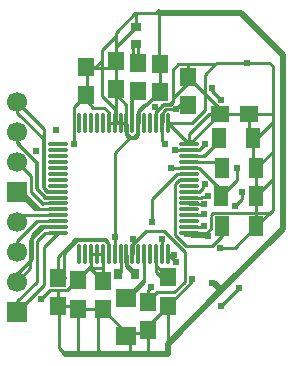
<source format=gtl>
G04 Layer: TopLayer*
G04 EasyEDA Pro v2.2.44.9, 2025-11-28 14:21:36*
G04 Gerber Generator version 0.3*
G04 Scale: 100 percent, Rotated: No, Reflected: No*
G04 Dimensions in millimeters*
G04 Leading zeros omitted, absolute positions, 4 integers and 5 decimals*
G04 Generated by one-click*
%FSLAX45Y45*%
%MOMM*%
%ADD10R,1.3589X1.5*%
%ADD11R,1.5X1.3589*%
%ADD12R,0.9X0.8*%
%ADD13R,0.8X0.9*%
%ADD14R,1.7X1.7*%
%ADD15C,1.7*%
%ADD16O,0.28001X1.8*%
%ADD17O,1.8X0.28001*%
%ADD18R,1.20752X1.70101*%
%ADD19R,1.7336X1.48501*%
%ADD20R,1.72799X1.48501*%
%ADD21C,0.61*%
%ADD22C,0.254*%
%ADD23C,0.508*%
G75*


G04 Pad Start*
G54D10*
G01X2019300Y-1047090D03*
G01X2019300Y-807110D03*
G01X1765300Y-1097890D03*
G01X1765300Y-857910D03*
G01X2387600Y-1072490D03*
G01X2387600Y-832510D03*
G01X2628900Y-1186790D03*
G01X2628900Y-946810D03*
G54D11*
G01X2902610Y-1257300D03*
G01X3142590Y-1257300D03*
G54D10*
G01X2456790Y-2642921D03*
G01X2456790Y-2882900D03*
G01X1524000Y-2648610D03*
G01X1524000Y-2888590D03*
G01X1905000Y-2674010D03*
G01X1905000Y-2913990D03*
G01X1696110Y-2908300D03*
G01X1696110Y-2668321D03*
G01X2204110Y-1066800D03*
G01X2204110Y-826821D03*
G54D12*
G01X2184400Y-666902D03*
G01X2184400Y-526898D03*
G54D10*
G01X2286000Y-2851810D03*
G01X2286000Y-3091790D03*
G54D13*
G01X2038198Y-2616200D03*
G01X2178202Y-2616200D03*
G54D14*
G01X1181100Y-2933700D03*
G54D15*
G01X1181100Y-2679700D03*
G01X1181100Y-2425700D03*
G01X1181100Y-2171700D03*
G54D14*
G01X1181100Y-1917700D03*
G54D15*
G01X1181100Y-1663700D03*
G01X1181100Y-1409700D03*
G01X1181100Y-1155700D03*
G54D16*
G01X1707794Y-1337310D03*
G01X1757807Y-1337310D03*
G01X1807794Y-1337310D03*
G01X1857807Y-1337310D03*
G01X1907794Y-1337310D03*
G01X1957807Y-1337310D03*
G01X2007794Y-1337310D03*
G01X2057806Y-1337310D03*
G01X2107794Y-1337310D03*
G01X2157806Y-1337310D03*
G01X2207793Y-1337310D03*
G01X2257806Y-1337310D03*
G01X2307793Y-1337310D03*
G01X2357806Y-1337310D03*
G01X2407793Y-1337310D03*
G01X2457806Y-1337310D03*
G54D17*
G01X2637790Y-1517294D03*
G01X2637790Y-1567307D03*
G01X2637790Y-1617294D03*
G01X2637790Y-1667307D03*
G01X2637790Y-1717294D03*
G01X2637790Y-1767307D03*
G01X2637790Y-1817294D03*
G01X2637790Y-1867306D03*
G01X2637790Y-1917294D03*
G01X2637790Y-1967306D03*
G01X2637790Y-2017293D03*
G01X2637790Y-2067306D03*
G01X2637790Y-2117293D03*
G01X2637790Y-2167306D03*
G01X2637790Y-2217293D03*
G01X2637790Y-2267306D03*
G54D16*
G01X2457806Y-2447290D03*
G01X2407793Y-2447290D03*
G01X2357806Y-2447290D03*
G01X2307793Y-2447290D03*
G01X2257806Y-2447290D03*
G01X2207793Y-2447290D03*
G01X2157806Y-2447290D03*
G01X2107794Y-2447290D03*
G01X2057806Y-2447290D03*
G01X2007794Y-2447290D03*
G01X1957807Y-2447290D03*
G01X1907794Y-2447290D03*
G01X1857807Y-2447290D03*
G01X1807794Y-2447290D03*
G01X1757807Y-2447290D03*
G01X1707794Y-2447290D03*
G54D17*
G01X1527810Y-2267306D03*
G01X1527810Y-2217293D03*
G01X1527810Y-2167306D03*
G01X1527810Y-2117293D03*
G01X1527810Y-2067306D03*
G01X1527810Y-2017293D03*
G01X1527810Y-1967306D03*
G01X1527810Y-1917294D03*
G01X1527810Y-1867306D03*
G01X1527810Y-1817294D03*
G01X1527810Y-1767307D03*
G01X1527810Y-1717294D03*
G01X1527810Y-1667307D03*
G01X1527810Y-1617294D03*
G01X1527810Y-1567307D03*
G01X1527810Y-1517294D03*
G54D18*
G01X3208579Y-2209800D03*
G01X2912821Y-2209800D03*
G01X3201101Y-1958064D03*
G01X2905343Y-1958064D03*
G01X3208579Y-1714500D03*
G01X2912821Y-1714500D03*
G01X3183179Y-1460500D03*
G01X2887421Y-1460500D03*
G54D20*
G01X2102358Y-2817859D03*
G01X2102358Y-3136375D03*
G04 Pad End*

G04 Via Start*
G54D21*
G01X2407793Y-2317999D03*
G01X2622603Y-2276994D03*
G01X2761000Y-2204353D03*
G01X2762129Y-2106909D03*
G01X2760187Y-2025706D03*
G01X2799267Y-1954508D03*
G01X2773344Y-1850195D03*
G01X2773136Y-1510804D03*
G01X1507800Y-1397300D03*
G01X1338600Y-1574800D03*
G01X1606083Y-3289300D03*
G01X3132021Y-825500D03*
G01X1728608Y-2624445D03*
G01X2006600Y-2298700D03*
G01X2527300Y-2514600D03*
G01X2832100Y-2692400D03*
G01X2485390Y-1717294D03*
G01X3044190Y-1717294D03*
G01X2527300Y-1217803D03*
G01X2832100Y-1040003D03*
G01X2908300Y-1141603D03*
G01X2433193Y-1515110D03*
G01X2311400Y-2724810D03*
G01X2159000Y-2321484D03*
G01X1663700Y-1513000D03*
G01X1386000Y-2828290D03*
G01X2664816Y-2654300D03*
G01X2512416Y-2451100D03*
G01X3059000Y-2730500D03*
G01X2906600Y-2882900D03*
G01X2322400Y-2171700D03*
G01X2515997Y-1562100D03*
G01X2897073Y-2394306D03*
G01X2795473Y-2292706D03*
G01X2349500Y-1200810D03*
G01X3027378Y-2038535D03*
G01X3082325Y-1921007D03*
G04 Via End*

G04 Track Start*
G54D22*
G01X2166010Y-890321D02*
G01X2166010Y-705510D01*
G01X2152498Y-691998D01*
G01X2152498Y-673100D01*
G01X2107794Y-1337310D02*
G01X2107794Y-1186383D01*
G01X1765300Y-1144803D02*
G01X1765300Y-1097890D01*
G01X1899739Y-1111146D02*
G01X2007794Y-1219200D01*
G01X1957807Y-1337310D02*
G01X1957807Y-1246607D01*
G01X1917700Y-1206500D01*
G01X1826997Y-1206500D01*
G01X1765300Y-1144803D01*
G01X2157806Y-1337310D02*
G01X2149694Y-1329198D01*
G01X2149694Y-1146616D01*
G01X2207793Y-1337310D02*
G01X2209800Y-1335303D01*
G01X2209800Y-1243512D01*
G01X2380822Y-1072490D02*
G01X2387600Y-1072490D01*
G01X2007794Y-1219200D02*
G01X2007794Y-1337310D01*
G01X2387600Y-832510D02*
G01X2386636Y-831546D01*
G01X1765300Y-857910D02*
G01X1847190Y-857910D01*
G01X1899739Y-805361D01*
G01X1899739Y-716461D02*
G01X1899739Y-805361D01*
G01X2019300Y-596900D02*
G01X1899739Y-716461D01*
G01X2373936Y-406400D02*
G01X2386636Y-393700D01*
G01X2184400Y-526898D02*
G01X2184400Y-406736D01*
G01X2184064Y-406400D01*
G01X2373936Y-406400D01*
G01X1907794Y-2645816D02*
G01X1905000Y-2648610D01*
G01X2140458Y-3277823D02*
G01X2128981Y-3289300D01*
G01X2140458Y-3136375D02*
G01X2140458Y-3277823D01*
G01X2107794Y-2447290D02*
G01X2115906Y-2455402D01*
G01X2115906Y-2540645D01*
G01X2165502Y-2590242D01*
G01X2025498Y-2616200D02*
G01X2057806Y-2583891D01*
G01X2102358Y-3136375D02*
G01X2140458Y-3136375D01*
G01X2257806Y-2682494D02*
G01X2159000Y-2781300D01*
G01X2286000Y-3091790D02*
G01X2286000Y-3289012D01*
G01X2285712Y-3289300D01*
G54D23*
G01X2128981Y-3289300D02*
G01X2285712Y-3289300D01*
G01X2456790Y-3289300D01*
G54D22*
G01X2603500Y-2678612D02*
G01X2513512Y-2768600D01*
G01X2369210Y-2768600D01*
G01X2286000Y-2851810D01*
G01X1866900Y-3253996D02*
G01X1902204Y-3289300D01*
G01X1957807Y-2447290D02*
G01X1957807Y-2362047D01*
G01X1925150Y-2329390D02*
G01X1690439Y-2329390D01*
G01X1574800Y-2445029D01*
G01X1574800Y-2654300D01*
G01X1587500Y-2641600D01*
G01X1587500Y-2635910D01*
G01X1536700Y-2939390D02*
G01X1587500Y-2888590D01*
G01X1536700Y-3240459D02*
G01X1536700Y-2939390D01*
G01X1585541Y-3289300D02*
G01X1536700Y-3240459D01*
G01X1696110Y-2908300D02*
G01X1696110Y-3271171D01*
G01X1714240Y-3289300D01*
G54D23*
G01X1902204Y-3289300D02*
G01X1714240Y-3289300D01*
G01X1585541Y-3289300D01*
G54D22*
G01X1181100Y-1670583D02*
G01X1181100Y-1663700D01*
G01X1527810Y-1967306D02*
G01X1421206Y-1967306D01*
G01X1181100Y-1250035D02*
G01X1181100Y-1155700D01*
G01X1295400Y-1784883D02*
G01X1181100Y-1670583D01*
G01X1421206Y-1967306D02*
G01X1346200Y-1892300D01*
G01X1295400Y-1917700D02*
G01X1295400Y-1784883D01*
G01X1368806Y-2067306D02*
G01X1219200Y-1917700D01*
G01X1181100Y-1917700D01*
G01X1397000Y-1871752D02*
G01X1397000Y-1465935D01*
G01X1181100Y-1250035D01*
G01X2107794Y-1186383D02*
G01X2032000Y-1110590D01*
G01X2032000Y-1016000D01*
G01X2019300Y-596900D02*
G01X2019300Y-571164D01*
G01X2184064Y-406400D01*
G54D23*
G01X2386635Y-393700D02*
G01X2386636Y-406400D01*
G54D22*
G01X2386636Y-831546D02*
G01X2386636Y-406400D01*
G01X1235507Y-2117293D02*
G01X1527810Y-2117293D01*
G01X1181100Y-2425700D02*
G01X1181100Y-2336800D01*
G01X1350594Y-2167306D01*
G01X1527810Y-2167306D01*
G01X1520317Y-2209800D02*
G01X1527810Y-2217293D01*
G01X1181100Y-2679700D02*
G01X1181100Y-2616200D01*
G01X1384300Y-2209800D02*
G01X1520317Y-2209800D01*
G01X1308100Y-2286000D02*
G01X1384300Y-2209800D01*
G01X1181100Y-2933700D02*
G01X1181100Y-2845030D01*
G01X1415694Y-2267306D02*
G01X1527810Y-2267306D01*
G01X1181100Y-2845030D02*
G01X1346200Y-2679930D01*
G01X1346200Y-2336800D01*
G01X1415694Y-2267306D01*
G01X2407793Y-1337310D02*
G01X2415905Y-1329198D01*
G01X2415905Y-1243955D01*
G01X2440450Y-1219410D01*
G01X2527090Y-1219410D01*
G01X2572410Y-1174090D02*
G01X2654300Y-1174090D01*
G01X2499190Y-1158410D02*
G01X2473790Y-1183810D01*
G01X3142590Y-1257300D02*
G01X3342397Y-1257300D01*
G01X3345361Y-1260263D01*
G01X3345361Y-856161D01*
G01X3345361Y-2073018D02*
G01X3345361Y-1813805D01*
G01X3208579Y-1714500D02*
G01X3345361Y-1577718D01*
G01X3345361Y-1813805D02*
G01X3345361Y-1577718D01*
G01X3183179Y-1460500D02*
G01X3214343Y-1460500D01*
G01X3345361Y-1329483D01*
G01X3345361Y-1577718D02*
G01X3345361Y-1329483D01*
G01X3345361Y-1260263D01*
G01X2545261Y-838200D02*
G01X2499190Y-884271D01*
G01X2897784Y-1257300D02*
G01X2902610Y-1257300D01*
G01X2637790Y-1517294D02*
G01X2637790Y-1426493D01*
G01X2806983Y-1257300D01*
G01X2897784Y-1257300D01*
G01X2628900Y-946810D02*
G01X2628900Y-838205D01*
G01X2637790Y-1667307D02*
G01X2865628Y-1667307D01*
G01X2723033Y-1717294D02*
G01X2637790Y-1717294D01*
G01X2832100Y-2374900D02*
G01X2912821Y-2294179D01*
G01X2912821Y-2209800D01*
G01X2519890Y-1849951D02*
G01X2519890Y-2284661D01*
G01X2610129Y-2374900D01*
G01X2832100Y-2374900D01*
G01X2628895Y-838200D02*
G01X2545261Y-838200D01*
G01X2859028Y-838200D02*
G01X2768600Y-928628D01*
G01X2859028Y-838200D02*
G01X2628895Y-838200D01*
G01X2660781Y-1337310D02*
G01X2457806Y-1337310D01*
G01X2768600Y-1229491D02*
G01X2660781Y-1337310D01*
G01X3321530Y-2096849D02*
G01X3345361Y-2073018D01*
G01X3208579Y-2209800D02*
G01X3321530Y-2096849D01*
G01X2637790Y-1817294D02*
G01X2552547Y-1817294D01*
G01X2519890Y-1849951D01*
G54D23*
G01X3073400Y-406400D02*
G01X2386636Y-406400D01*
G54D22*
G01X2157806Y-2447290D02*
G01X2157806Y-2362021D01*
G01X2357806Y-2599106D02*
G01X2401621Y-2642921D01*
G01X2456790Y-2642921D01*
G01X2271928Y-2247900D02*
G01X2425700Y-2247900D01*
G01X2603500Y-2425700D01*
G01X2603500Y-2678612D01*
G01X2407793Y-2447290D02*
G01X2407793Y-2317999D01*
G54D23*
G01X2128981Y-3289300D02*
G01X1902204Y-3289300D01*
G01X2456790Y-3289300D02*
G01X2456790Y-3207410D01*
G54D22*
G01X2456790Y-2882900D02*
G01X2456790Y-3207410D01*
G01X1905000Y-2921000D02*
G01X1866900Y-2959100D01*
G01X1866900Y-3253996D01*
G54D23*
G01X3429000Y-2235200D02*
G01X3429000Y-762000D01*
G01X3073400Y-406400D01*
G54D22*
G01X2819400Y-2118338D02*
G01X2840889Y-2096849D01*
G01X2905343Y-1958064D02*
G01X2905343Y-1899604D01*
G01X2723033Y-1717294D01*
G01X2637790Y-2117293D02*
G01X2751745Y-2117293D01*
G01X2762129Y-2106909D01*
G01X2637790Y-1917294D02*
G01X2723059Y-1917294D01*
G01X2755690Y-1884662D01*
G01X2637790Y-1967306D02*
G01X2735997Y-1967306D01*
G01X2744410Y-1958893D01*
G01X2637790Y-2017293D02*
G01X2645902Y-2025405D01*
G01X2731145Y-2025405D01*
G01X2744410Y-1958893D02*
G01X2794882Y-1958893D01*
G01X2799267Y-1954508D01*
G01X2764206Y-1617294D02*
G01X2887421Y-1494079D01*
G01X2887421Y-1460500D01*
G01X2637790Y-1567307D02*
G01X2723033Y-1567307D01*
G01X2755690Y-1534650D01*
G01X2755690Y-1528250D01*
G01X2773136Y-1510804D01*
G01X3132021Y-825500D02*
G01X2871728Y-825500D01*
G01X2859028Y-838200D01*
G01X3345361Y-856161D02*
G01X3314700Y-825500D01*
G01X3132021Y-825500D01*
G01X2755690Y-1884662D02*
G01X2755690Y-1867850D01*
G01X2773344Y-1850195D01*
G01X2785190Y-2268200D02*
G01X2819400Y-2233990D01*
G01X2819400Y-2132228D01*
G01X2637790Y-2267306D02*
G01X2619591Y-2267306D01*
G01X2618697Y-2268200D01*
G01X2618697Y-2273087D01*
G01X2622603Y-2276994D01*
G01X2637790Y-2217293D02*
G01X2748059Y-2217293D01*
G01X2761000Y-2204353D01*
G01X2007794Y-2299894D02*
G01X2006600Y-2298700D01*
G01X1728608Y-2624445D02*
G01X1696110Y-2656942D01*
G01X1807794Y-2545259D02*
G01X1792235Y-2560818D01*
G01X1907794Y-2447290D02*
G01X1907794Y-2560818D01*
G01X1907794Y-2645816D01*
G01X1728608Y-2624445D02*
G01X1792235Y-2560818D01*
G01X1857807Y-2447290D02*
G01X1907794Y-2447290D01*
G01X1957807Y-1337310D02*
G01X2007794Y-1337310D01*
G01X2057806Y-1337310D01*
G01X2107794Y-1337310D01*
G01X2207793Y-1337310D02*
G01X2199707Y-1345397D01*
G01X2199707Y-1430665D01*
G01X2175162Y-1455210D01*
G01X2140450Y-1455210D01*
G01X2115906Y-1430665D01*
G01X2115906Y-1345755D01*
G01X2114094Y-1343944D01*
G01X2114094Y-1343611D01*
G01X2107794Y-1337310D01*
G01X2457806Y-2447290D02*
G01X2459990Y-2447290D01*
G54D23*
G01X2911455Y-2752745D02*
G01X2851111Y-2692400D01*
G01X2832100Y-2692400D01*
G01X2456790Y-3207410D02*
G01X2911455Y-2752745D01*
G01X3429000Y-2235200D01*
G54D22*
G01X2456790Y-2642921D02*
G01X2357806Y-2543937D01*
G01X2102358Y-2817859D02*
G01X2257806Y-2662411D01*
G01X1181100Y-1663700D02*
G01X1301217Y-1783817D01*
G01X1301217Y-1917700D01*
G01X1181100Y-1501216D02*
G01X1342390Y-1662506D01*
G01X1418590Y-1959686D02*
G01X1520190Y-1959686D01*
G01X1527810Y-1967306D01*
G01X1181100Y-1917700D02*
G01X1330706Y-2067306D01*
G01X1181100Y-2171700D02*
G01X1235507Y-2117293D01*
G01X1181100Y-2679700D02*
G01X1294003Y-2566797D01*
G01X1400810Y-2217293D02*
G01X1527810Y-2217293D01*
G01X1181100Y-2933700D02*
G01X1409700Y-2705100D01*
G01X1409700Y-2385416D01*
G01X1527810Y-2267306D01*
G01X1181100Y-1155700D02*
G01X1409700Y-1384300D01*
G01X1409700Y-1892300D02*
G01X1434694Y-1917294D01*
G01X1524000Y-2648610D02*
G01X1524000Y-2470810D01*
G01X1674520Y-2320290D01*
G01X1928520Y-2320290D01*
G01X1953920Y-2345690D01*
G01X1953920Y-2443404D02*
G01X1957807Y-2447290D01*
G01X2204110Y-826821D02*
G01X2204110Y-686613D01*
G01X2184400Y-666902D01*
G01X2756027Y-1617294D02*
G01X2871230Y-1502092D01*
G01X2871230Y-1476692D01*
G01X2887421Y-1460500D01*
G01X2865628Y-1667307D02*
G01X2912821Y-1714500D01*
G01X2637790Y-1717294D02*
G01X2485390Y-1717294D01*
G01X2558313Y-1186790D02*
G01X2527300Y-1217803D01*
G01X2832100Y-1040003D02*
G01X2832100Y-1065403D01*
G01X2908300Y-1141603D01*
G01X2433193Y-1515110D02*
G01X2407793Y-1489710D01*
G01X2407793Y-1337310D01*
G01X2204110Y-1066800D02*
G01X2157806Y-1113104D01*
G01X2038198Y-2616200D02*
G01X2057806Y-2596591D01*
G01X2286000Y-2851810D02*
G01X2286000Y-2750210D01*
G01X2311400Y-2724810D01*
G01X2159000Y-2446096D02*
G01X2157806Y-2447290D01*
G01X1776679Y-869290D02*
G01X1765300Y-857910D01*
G01X1776679Y-869290D02*
G01X1776679Y-1086510D01*
G01X1765300Y-1097890D01*
G01X2019300Y-1047090D02*
G01X2019300Y-1326490D01*
G01X2007794Y-1337310D01*
G01X2019300Y-1326490D02*
G01X2046986Y-1326490D01*
G01X2057806Y-1337310D01*
G01X2107794Y-1337310D02*
G01X2107794Y-1438910D01*
G01X2133194Y-1464310D01*
G01X2183994Y-1464310D01*
G01X2209394Y-1438910D01*
G01X2209394Y-1338910D01*
G01X2207793Y-1337310D01*
G01X2207793Y-1235710D01*
G01X2258593Y-1184910D01*
G01X2275180Y-1184910D02*
G01X2387600Y-1072490D01*
G01X2387600Y-832510D01*
G01X2019300Y-691998D02*
G01X2184400Y-526898D01*
G01X1765300Y-1097890D02*
G01X1663700Y-1199490D01*
G01X1663700Y-1513000D01*
G01X1386000Y-2828290D02*
G01X1462200Y-2752090D01*
G01X1680794Y-2675890D02*
G01X1688541Y-2675890D01*
G01X1696110Y-2668321D01*
G01X1807794Y-2447290D02*
G01X1857807Y-2447290D01*
G01X2133194Y-1464310D02*
G01X2007794Y-1589710D01*
G01X1528394Y-2752090D02*
G01X1528394Y-2884195D01*
G01X1524000Y-2888590D01*
G01X1782394Y-2574290D02*
G01X1805280Y-2574290D01*
G01X1905000Y-2674010D01*
G01X1528394Y-2884195D02*
G01X1672006Y-2884195D01*
G01X1696110Y-2908300D01*
G01X1899310Y-2908300D01*
G01X1905000Y-2913990D01*
G01X2102358Y-3111348D01*
G01X2102358Y-3136375D01*
G01X2102358Y-3111348D02*
G01X2266442Y-3111348D01*
G01X2286000Y-3091790D01*
G01X2286000Y-3053690D01*
G01X2456790Y-2882900D01*
G01X2664816Y-2674874D01*
G01X2664816Y-2654300D01*
G01X2461616Y-2451100D02*
G01X2457806Y-2447290D01*
G01X3059000Y-2730500D02*
G01X2906600Y-2882900D01*
G01X2322400Y-2171700D02*
G01X2322400Y-1981097D01*
G01X2536190Y-1767307D01*
G01X2637790Y-1767307D01*
G01X2515997Y-1562100D02*
G01X2632583Y-1562100D01*
G01X2637790Y-1567307D01*
G01X2902610Y-1257300D02*
G01X3142590Y-1257300D01*
G01X3142590Y-1419911D01*
G01X3183179Y-1460500D01*
G01X3183179Y-1689100D01*
G01X3208579Y-1714500D01*
G01X3208579Y-1950587D01*
G01X3201101Y-2202322D02*
G01X3208579Y-2209800D01*
G01X2897784Y-1257300D02*
G01X2637790Y-1517294D01*
G01X2457806Y-1337310D01*
G01X2679700Y-997610D02*
G01X2628900Y-997610D01*
G01X2501900Y-1124610D01*
G01X2501900Y-1150010D01*
G01X2476500Y-1175410D02*
G01X2425700Y-1175410D01*
G01X3208579Y-2209800D02*
G01X3024073Y-2394306D01*
G01X2897073Y-2394306D01*
G01X2795473Y-2292706D02*
G01X2663190Y-2292706D01*
G01X2107794Y-2545791D02*
G01X2107794Y-2447290D01*
G01X2357806Y-2447290D02*
G01X2357806Y-2543937D01*
G01X2357806Y-2599106D01*
G01X2257806Y-2447290D02*
G01X2257806Y-2662411D01*
G01X2257806Y-2682494D01*
G01X1394993Y-2017293D02*
G01X1397902Y-2020202D01*
G01X1181100Y-1504035D02*
G01X1181100Y-1501216D01*
G01X1181100Y-1409700D01*
G01X1346200Y-1669135D02*
G01X1342390Y-1665325D01*
G01X1181100Y-1504035D01*
G01X1346200Y-1892300D02*
G01X1346200Y-1887296D01*
G01X1346200Y-1669135D01*
G01X1342390Y-1662506D02*
G01X1342390Y-1665325D01*
G01X1342390Y-1883486D01*
G01X1346200Y-1887296D01*
G01X1418590Y-1959686D01*
G01X1330706Y-2067306D02*
G01X1368806Y-2067306D01*
G01X1527810Y-2067306D01*
G01X1181100Y-2616200D02*
G01X1294003Y-2503297D01*
G01X1308100Y-2489200D01*
G01X1442541Y-1917294D02*
G01X1409700Y-1884452D01*
G01X1397000Y-1871752D01*
G01X1409700Y-1384300D02*
G01X1409700Y-1884452D01*
G01X1409700Y-1892300D01*
G01X1434694Y-1917294D02*
G01X1442541Y-1917294D01*
G01X1527810Y-1917294D01*
G01X1957807Y-2362047D02*
G01X1953920Y-2358161D01*
G01X1925150Y-2329390D01*
G01X1953920Y-2345690D02*
G01X1953920Y-2358161D01*
G01X1953920Y-2443404D01*
G01X2637790Y-1617294D02*
G01X2756027Y-1617294D01*
G01X2764206Y-1617294D01*
G01X2527090Y-1219410D02*
G01X2559710Y-1186790D01*
G01X2572410Y-1174090D01*
G01X2149694Y-1146616D02*
G01X2157806Y-1138504D01*
G01X2166010Y-1130300D01*
G01X2157806Y-1113104D02*
G01X2157806Y-1138504D01*
G01X2157806Y-1337310D01*
G01X2057806Y-2596591D02*
G01X2057806Y-2583891D01*
G01X2057806Y-2447290D01*
G01X2157806Y-2362021D02*
G01X2159000Y-2360828D01*
G01X2271928Y-2247900D01*
G01X2159000Y-2321484D02*
G01X2159000Y-2360828D01*
G01X2159000Y-2446096D01*
G01X2019300Y-691998D02*
G01X2019300Y-596900D01*
G01X2019300Y-1047090D02*
G01X2019300Y-869290D01*
G01X2019300Y-807110D01*
G01X1899739Y-805361D02*
G01X1899739Y-869290D01*
G01X1899739Y-1111146D01*
G01X2019300Y-869290D02*
G01X1899739Y-869290D01*
G01X1776679Y-869290D01*
G01X2209800Y-1243512D02*
G01X2268402Y-1184910D01*
G01X2380822Y-1072490D01*
G01X2258593Y-1184910D02*
G01X2268402Y-1184910D01*
G01X2275180Y-1184910D01*
G01X1792235Y-2560818D02*
G01X1795867Y-2560818D01*
G01X1907794Y-2560818D01*
G01X2007794Y-1589710D02*
G01X2007794Y-2299894D01*
G01X2007794Y-2447290D01*
G01X1604594Y-2752090D02*
G01X1680794Y-2675890D01*
G01X1696110Y-2660574D01*
G01X1782394Y-2574290D01*
G01X1795867Y-2560818D01*
G01X1807794Y-2548890D01*
G01X1696110Y-2656942D02*
G01X1696110Y-2660574D01*
G01X1696110Y-2668321D01*
G01X1905000Y-2888590D02*
G01X1905000Y-2913990D01*
G01X1905000Y-2921000D01*
G01X2459990Y-2447290D02*
G01X2463800Y-2451100D01*
G01X2527300Y-2514600D01*
G01X2512416Y-2451100D02*
G01X2463800Y-2451100D01*
G01X2461616Y-2451100D01*
G01X2628900Y-946810D02*
G01X2679700Y-997610D01*
G01X2768600Y-1086510D01*
G01X2902610Y-1220521D01*
G01X2768600Y-928628D02*
G01X2768600Y-1086510D01*
G01X2768600Y-1229491D01*
G01X2897784Y-1257300D02*
G01X2902610Y-1252474D01*
G01X2910484Y-1244600D01*
G01X2902610Y-1220521D02*
G01X2902610Y-1252474D01*
G01X2902610Y-1257300D01*
G01X3201101Y-1958064D02*
G01X3208579Y-1950587D01*
G01X3345361Y-1813805D01*
G01X3201101Y-1958064D02*
G01X3201101Y-2096849D01*
G01X3201101Y-2202322D01*
G01X2840889Y-2096849D02*
G01X3201101Y-2096849D01*
G01X3321530Y-2096849D01*
G01X2499190Y-884271D02*
G01X2499190Y-1152721D01*
G01X2499190Y-1158410D01*
G01X2501900Y-1150010D02*
G01X2499190Y-1152721D01*
G01X2476500Y-1175410D01*
G01X2473790Y-1183810D02*
G01X2417300Y-1183810D01*
G01X2410290Y-1183810D01*
G01X2371395Y-1222705D01*
G01X2357806Y-1236294D01*
G01X2425700Y-1175410D02*
G01X2417300Y-1183810D01*
G01X2374900Y-1226210D01*
G01X2357806Y-1243305D01*
G01X2357806Y-1236294D02*
G01X2357806Y-1243305D01*
G01X2357806Y-1337310D01*
G01X2374900Y-1226210D02*
G01X2371395Y-1222705D01*
G01X2349500Y-1200810D01*
G01X2618697Y-2268200D02*
G01X2638685Y-2268200D01*
G01X2785190Y-2268200D01*
G01X2663190Y-2292706D02*
G01X2638685Y-2268200D01*
G01X2637790Y-2267306D01*
G01X2165502Y-2590242D02*
G01X2165502Y-2603500D01*
G01X2165502Y-2616200D01*
G01X2178202Y-2616200D02*
G01X2165502Y-2603500D01*
G01X2107794Y-2545791D01*
G01X1308100Y-2489200D02*
G01X1308100Y-2310003D01*
G01X1308100Y-2286000D01*
G01X1294003Y-2566797D02*
G01X1294003Y-2503297D01*
G01X1294003Y-2324100D01*
G01X1308100Y-2310003D01*
G01X1400810Y-2217293D01*
G01X2628900Y-1186790D02*
G01X2559710Y-1186790D01*
G01X2558313Y-1186790D01*
G01X1807794Y-2548890D02*
G01X1807794Y-2545259D01*
G01X1807794Y-2447290D01*
G01X1462200Y-2752090D02*
G01X1528394Y-2752090D01*
G01X1604594Y-2752090D01*
G01X1394993Y-2017293D02*
G01X1295400Y-1917700D01*
G01X1527810Y-2017293D02*
G01X1394993Y-2017293D01*
G01X2019300Y-691998D02*
G01X2019300Y-807110D01*
G01X2731145Y-2025405D02*
G01X2731446Y-2025706D01*
G01X2760187Y-2025706D01*
G01X3044190Y-1717294D02*
G01X3044190Y-1819218D01*
G01X2905343Y-1958064D01*
G01X3027378Y-2038535D02*
G01X3082325Y-1983588D01*
G01X3082325Y-1921007D01*
G04 Track End*

M02*


</source>
